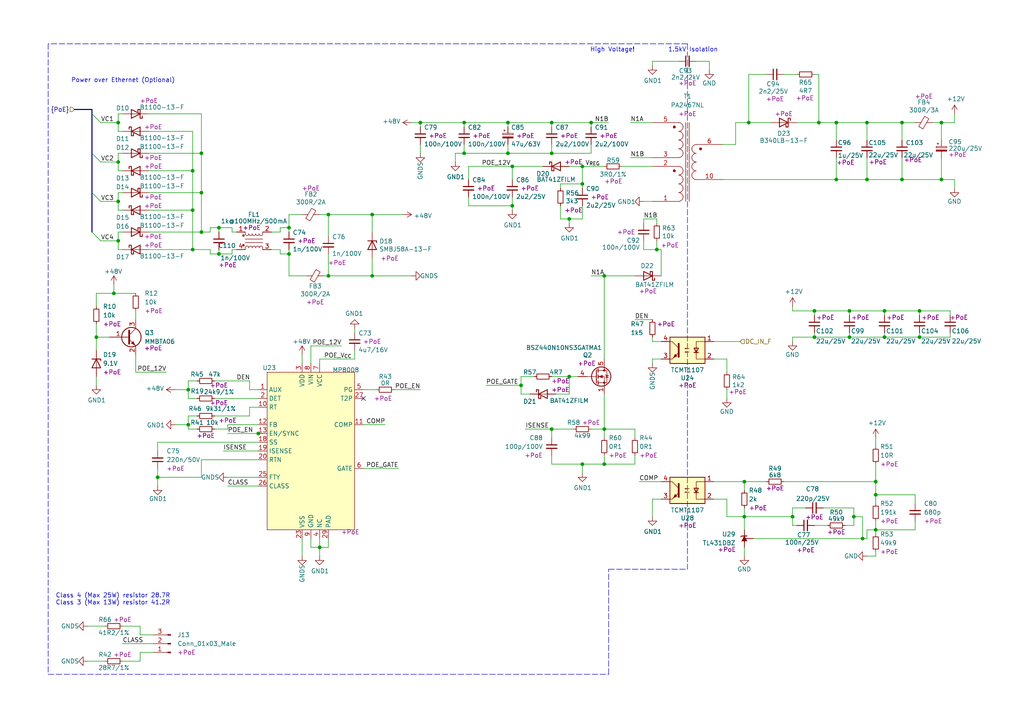
<source format=kicad_sch>
(kicad_sch (version 20211123) (generator eeschema)
  (paper "A4")
  (title_block (title "Power over Ethernet") (date "2021-08-30") (rev "proto1") (company "Nabu Casa") (comment 1 "www.nabucasa.com") (comment 2 "Yellow"))
  (junction (at 215.9 149.86) (diameter 0.9144))
  (junction (at 254 143.51) (diameter 0.9144))
  (junction (at 83.82 73.66) (diameter 0.9144))
  (junction (at 95.25 62.23) (diameter 0.9144))
  (junction (at 256.54 97.79) (diameter 0.9144))
  (junction (at 134.62 44.45) (diameter 0.9144))
  (junction (at 95.25 80.01) (diameter 0.9144))
  (junction (at 147.32 35.56) (diameter 0.9144))
  (junction (at 160.02 44.45) (diameter 0.9144))
  (junction (at 242.57 52.07) (diameter 0.9144))
  (junction (at 34.29 69.85) (diameter 0.9144))
  (junction (at 237.49 35.56) (diameter 0.9144))
  (junction (at 246.38 97.79) (diameter 0.9144))
  (junction (at 175.26 134.62) (diameter 0.9144))
  (junction (at 175.26 80.01) (diameter 0.9144))
  (junction (at 168.91 134.62) (diameter 0.9144))
  (junction (at 45.72 138.43) (diameter 0.9144))
  (junction (at 250.19 156.21))
  (junction (at 63.5 73.66) (diameter 0.9144))
  (junction (at 34.29 58.42) (diameter 0.9144))
  (junction (at 168.91 48.26) (diameter 0.9144))
  (junction (at 175.26 124.46) (diameter 0.9144))
  (junction (at 165.1 109.22) (diameter 0.9144))
  (junction (at 55.88 60.96) (diameter 0.9144))
  (junction (at 34.29 35.56) (diameter 0.9144))
  (junction (at 58.42 55.88) (diameter 0.9144))
  (junction (at 58.42 67.31) (diameter 0.9144))
  (junction (at 242.57 35.56) (diameter 0.9144))
  (junction (at 55.88 49.53) (diameter 0.9144))
  (junction (at 217.17 35.56) (diameter 0.9144))
  (junction (at 148.59 48.26) (diameter 0.9144))
  (junction (at 246.38 90.17) (diameter 0.9144))
  (junction (at 168.91 53.34) (diameter 0.9144))
  (junction (at 54.61 123.19) (diameter 0.9144))
  (junction (at 58.42 44.45) (diameter 0.9144))
  (junction (at 171.45 35.56) (diameter 0.9144))
  (junction (at 273.05 35.56) (diameter 0.9144))
  (junction (at 107.95 62.23) (diameter 0.9144))
  (junction (at 190.5 72.39) (diameter 0.9144))
  (junction (at 266.7 97.79) (diameter 0.9144))
  (junction (at 215.9 139.7) (diameter 0.9144))
  (junction (at 160.02 124.46) (diameter 0.9144))
  (junction (at 107.95 80.01) (diameter 0.9144))
  (junction (at 54.61 113.03) (diameter 0.9144))
  (junction (at 160.02 35.56) (diameter 0.9144))
  (junction (at 261.62 35.56) (diameter 0.9144))
  (junction (at 134.62 35.56) (diameter 0.9144))
  (junction (at 254 139.7) (diameter 0.9144))
  (junction (at 251.46 35.56) (diameter 0.9144))
  (junction (at 148.59 59.69) (diameter 0.9144))
  (junction (at 256.54 90.17) (diameter 0.9144))
  (junction (at 165.1 63.5) (diameter 0.9144))
  (junction (at 55.88 72.39) (diameter 0.9144))
  (junction (at 121.92 35.56) (diameter 0.9144))
  (junction (at 254 153.67) (diameter 0.9144))
  (junction (at 236.22 97.79) (diameter 0.9144))
  (junction (at 147.32 44.45) (diameter 0.9144))
  (junction (at 229.87 149.86) (diameter 0.9144))
  (junction (at 251.46 52.07) (diameter 0.9144))
  (junction (at 33.02 85.09) (diameter 0.9144))
  (junction (at 273.05 52.07) (diameter 0.9144))
  (junction (at 92.71 158.75) (diameter 0.9144))
  (junction (at 34.29 46.99) (diameter 0.9144))
  (junction (at 236.22 90.17) (diameter 0.9144))
  (junction (at 27.94 97.79) (diameter 0.9144))
  (junction (at 63.5 66.04) (diameter 0.9144))
  (junction (at 151.13 111.76) (diameter 0.9144))
  (junction (at 266.7 90.17) (diameter 0.9144))
  (junction (at 261.62 52.07) (diameter 0.9144))
  (junction (at 74.93 125.73))
  (junction (at 247.65 149.86))
  (junction (at 83.82 66.04) (diameter 0.9144))
  (no_connect (at 105.41 115.57))
  (bus_entry (at 26.67 33.02) (size 2.54 2.54) (stroke (width 0.1524)))
  (bus_entry (at 26.67 67.31) (size 2.54 2.54) (stroke (width 0.1524)))
  (bus_entry (at 26.67 44.45) (size 2.54 2.54) (stroke (width 0.1524)))
  (bus_entry (at 26.67 55.88) (size 2.54 2.54) (stroke (width 0.1524)))
  (wire (pts (xy 246.38 90.17) (xy 246.38 91.44)))
  (wire (pts (xy 229.87 149.86) (xy 229.87 152.4)))
  (polyline (pts (xy 13.97 12.7) (xy 13.97 195.58)) (stroke (width 0) (type dash)))
  (wire (pts (xy 114.3 113.03) (xy 121.92 113.03)))
  (wire (pts (xy 35.56 186.69) (xy 44.45 186.69)))
  (wire (pts (xy 132.08 44.45) (xy 132.08 46.99)))
  (wire (pts (xy 215.9 139.7) (xy 215.9 142.24)))
  (wire (pts (xy 242.57 35.56) (xy 242.57 40.64)))
  (wire (pts (xy 161.29 114.3) (xy 165.1 114.3)))
  (wire (pts (xy 175.26 124.46) (xy 184.15 124.46)))
  (wire (pts (xy 184.15 124.46) (xy 184.15 127)))
  (wire (pts (xy 186.69 72.39) (xy 190.5 72.39)))
  (wire (pts (xy 190.5 72.39) (xy 190.5 69.85)))
  (wire (pts (xy 63.5 66.04) (xy 60.96 66.04)))
  (wire (pts (xy 67.31 66.04) (xy 63.5 66.04)))
  (wire (pts (xy 67.31 67.31) (xy 67.31 66.04)))
  (wire (pts (xy 68.58 67.31) (xy 67.31 67.31)))
  (wire (pts (xy 60.96 66.04) (xy 60.96 67.31)))
  (wire (pts (xy 63.5 72.39) (xy 63.5 73.66)))
  (wire (pts (xy 189.23 17.78) (xy 189.23 19.05)))
  (wire (pts (xy 196.85 17.78) (xy 189.23 17.78)))
  (wire (pts (xy 134.62 44.45) (xy 132.08 44.45)))
  (wire (pts (xy 58.42 133.35) (xy 58.42 138.43)))
  (wire (pts (xy 58.42 138.43) (xy 45.72 138.43)))
  (wire (pts (xy 74.93 133.35) (xy 58.42 133.35)))
  (wire (pts (xy 83.82 66.04) (xy 83.82 67.31)))
  (wire (pts (xy 83.82 62.23) (xy 83.82 66.04)))
  (wire (pts (xy 87.63 62.23) (xy 83.82 62.23)))
  (wire (pts (xy 87.63 102.87) (xy 87.63 105.41)))
  (wire (pts (xy 254 127) (xy 254 129.54)))
  (wire (pts (xy 63.5 66.04) (xy 63.5 67.31)))
  (wire (pts (xy 43.18 67.31) (xy 58.42 67.31)))
  (wire (pts (xy 231.14 35.56) (xy 237.49 35.56)))
  (bus (pts (xy 26.67 31.75) (xy 26.67 33.02)))
  (bus (pts (xy 26.67 33.02) (xy 26.67 44.45)))
  (bus (pts (xy 26.67 44.45) (xy 26.67 55.88)))
  (bus (pts (xy 26.67 55.88) (xy 26.67 67.31)))
  (wire (pts (xy 151.13 114.3) (xy 151.13 111.76)))
  (wire (pts (xy 58.42 44.45) (xy 58.42 55.88)))
  (wire (pts (xy 160.02 132.08) (xy 160.02 134.62)))
  (wire (pts (xy 92.71 158.75) (xy 92.71 161.29)))
  (wire (pts (xy 29.21 35.56) (xy 34.29 35.56)))
  (wire (pts (xy 72.39 113.03) (xy 72.39 110.49)))
  (wire (pts (xy 74.93 113.03) (xy 72.39 113.03)))
  (wire (pts (xy 229.87 97.79) (xy 236.22 97.79)))
  (wire (pts (xy 54.61 115.57) (xy 57.15 115.57)))
  (wire (pts (xy 107.95 74.93) (xy 107.95 80.01)))
  (wire (pts (xy 148.59 48.26) (xy 157.48 48.26)))
  (wire (pts (xy 58.42 55.88) (xy 58.42 67.31)))
  (wire (pts (xy 121.92 35.56) (xy 121.92 36.83)))
  (wire (pts (xy 256.54 96.52) (xy 256.54 97.79)))
  (wire (pts (xy 148.59 48.26) (xy 148.59 52.07)))
  (wire (pts (xy 168.91 53.34) (xy 168.91 54.61)))
  (wire (pts (xy 162.56 53.34) (xy 168.91 53.34)))
  (wire (pts (xy 162.56 54.61) (xy 162.56 53.34)))
  (wire (pts (xy 78.74 67.31) (xy 81.28 67.31)))
  (wire (pts (xy 81.28 66.04) (xy 83.82 66.04)))
  (wire (pts (xy 81.28 67.31) (xy 81.28 66.04)))
  (wire (pts (xy 90.17 100.33) (xy 99.06 100.33)))
  (wire (pts (xy 165.1 109.22) (xy 160.02 109.22)))
  (wire (pts (xy 135.89 48.26) (xy 135.89 52.07)))
  (wire (pts (xy 88.9 80.01) (xy 83.82 80.01)))
  (wire (pts (xy 83.82 73.66) (xy 83.82 72.39)))
  (wire (pts (xy 83.82 80.01) (xy 83.82 73.66)))
  (wire (pts (xy 40.64 189.23) (xy 40.64 191.77)))
  (wire (pts (xy 40.64 191.77) (xy 35.56 191.77)))
  (wire (pts (xy 44.45 189.23) (xy 40.64 189.23)))
  (wire (pts (xy 229.87 97.79) (xy 229.87 99.06)))
  (wire (pts (xy 166.37 124.46) (xy 160.02 124.46)))
  (wire (pts (xy 217.17 21.59) (xy 217.17 35.56)))
  (wire (pts (xy 266.7 96.52) (xy 266.7 97.79)))
  (wire (pts (xy 58.42 33.02) (xy 58.42 44.45)))
  (wire (pts (xy 25.4 181.61) (xy 30.48 181.61)))
  (wire (pts (xy 275.59 96.52) (xy 275.59 97.79)))
  (wire (pts (xy 254 160.02) (xy 254 161.29)))
  (wire (pts (xy 254 161.29) (xy 251.46 161.29)))
  (wire (pts (xy 236.22 90.17) (xy 246.38 90.17)))
  (wire (pts (xy 215.9 149.86) (xy 229.87 149.86)))
  (wire (pts (xy 191.77 72.39) (xy 190.5 72.39)))
  (wire (pts (xy 191.77 80.01) (xy 191.77 72.39)))
  (wire (pts (xy 74.93 128.27) (xy 45.72 128.27)))
  (wire (pts (xy 45.72 128.27) (xy 45.72 130.81)))
  (wire (pts (xy 189.23 104.14) (xy 189.23 105.41)))
  (wire (pts (xy 66.04 138.43) (xy 74.93 138.43)))
  (wire (pts (xy 66.04 140.97) (xy 74.93 140.97)))
  (polyline (pts (xy 13.97 195.58) (xy 176.53 195.58)) (stroke (width 0) (type dash)))
  (wire (pts (xy 34.29 44.45) (xy 34.29 46.99)))
  (wire (pts (xy 245.11 152.4) (xy 247.65 152.4)))
  (wire (pts (xy 238.76 147.32) (xy 247.65 147.32)))
  (wire (pts (xy 247.65 149.86) (xy 247.65 147.32)))
  (wire (pts (xy 247.65 152.4) (xy 247.65 149.86)))
  (wire (pts (xy 168.91 48.26) (xy 175.26 48.26)))
  (wire (pts (xy 165.1 48.26) (xy 168.91 48.26)))
  (wire (pts (xy 236.22 90.17) (xy 236.22 91.44)))
  (wire (pts (xy 254 139.7) (xy 254 143.51)))
  (wire (pts (xy 254 134.62) (xy 254 139.7)))
  (wire (pts (xy 254 143.51) (xy 254 146.05)))
  (wire (pts (xy 191.77 104.14) (xy 189.23 104.14)))
  (wire (pts (xy 95.25 62.23) (xy 95.25 68.58)))
  (wire (pts (xy 276.86 52.07) (xy 276.86 54.61)))
  (wire (pts (xy 215.9 158.75) (xy 215.9 161.29)))
  (wire (pts (xy 261.62 45.72) (xy 261.62 52.07)))
  (wire (pts (xy 210.82 113.03) (xy 210.82 115.57)))
  (wire (pts (xy 72.39 120.65) (xy 72.39 118.11)))
  (wire (pts (xy 62.23 120.65) (xy 72.39 120.65)))
  (wire (pts (xy 270.51 35.56) (xy 273.05 35.56)))
  (wire (pts (xy 246.38 90.17) (xy 256.54 90.17)))
  (wire (pts (xy 227.33 139.7) (xy 254 139.7)))
  (wire (pts (xy 107.95 62.23) (xy 116.84 62.23)))
  (wire (pts (xy 55.88 72.39) (xy 60.96 72.39)))
  (wire (pts (xy 160.02 124.46) (xy 160.02 127)))
  (wire (pts (xy 54.61 124.46) (xy 57.15 124.46)))
  (wire (pts (xy 50.8 123.19) (xy 54.61 123.19)))
  (wire (pts (xy 266.7 97.79) (xy 275.59 97.79)))
  (polyline (pts (xy 176.53 195.58) (xy 176.53 165.1)) (stroke (width 0) (type dash)))
  (wire (pts (xy 254 153.67) (xy 254 154.94)))
  (wire (pts (xy 254 151.13) (xy 254 153.67)))
  (wire (pts (xy 151.13 111.76) (xy 151.13 109.22)))
  (wire (pts (xy 55.88 60.96) (xy 55.88 72.39)))
  (wire (pts (xy 34.29 60.96) (xy 34.29 58.42)))
  (wire (pts (xy 35.56 38.1) (xy 34.29 38.1)))
  (wire (pts (xy 205.74 17.78) (xy 201.93 17.78)))
  (wire (pts (xy 205.74 20.32) (xy 205.74 17.78)))
  (wire (pts (xy 43.18 49.53) (xy 55.88 49.53)))
  (wire (pts (xy 237.49 35.56) (xy 242.57 35.56)))
  (wire (pts (xy 134.62 41.91) (xy 134.62 44.45)))
  (wire (pts (xy 151.13 109.22) (xy 154.94 109.22)))
  (wire (pts (xy 95.25 158.75) (xy 92.71 158.75)))
  (wire (pts (xy 95.25 156.21) (xy 95.25 158.75)))
  (wire (pts (xy 189.23 144.78) (xy 189.23 149.86)))
  (wire (pts (xy 191.77 144.78) (xy 189.23 144.78)))
  (wire (pts (xy 242.57 52.07) (xy 251.46 52.07)))
  (wire (pts (xy 251.46 52.07) (xy 261.62 52.07)))
  (wire (pts (xy 261.62 52.07) (xy 273.05 52.07)))
  (wire (pts (xy 209.55 52.07) (xy 242.57 52.07)))
  (wire (pts (xy 55.88 49.53) (xy 55.88 60.96)))
  (wire (pts (xy 175.26 132.08) (xy 175.26 134.62)))
  (wire (pts (xy 39.37 102.87) (xy 39.37 107.95)))
  (wire (pts (xy 275.59 90.17) (xy 275.59 91.44)))
  (wire (pts (xy 105.41 113.03) (xy 109.22 113.03)))
  (wire (pts (xy 134.62 35.56) (xy 147.32 35.56)))
  (wire (pts (xy 34.29 72.39) (xy 34.29 69.85)))
  (wire (pts (xy 207.01 99.06) (xy 214.63 99.06)))
  (wire (pts (xy 29.21 69.85) (xy 34.29 69.85)))
  (wire (pts (xy 153.67 114.3) (xy 151.13 114.3)))
  (wire (pts (xy 33.02 82.55) (xy 33.02 85.09)))
  (wire (pts (xy 27.94 97.79) (xy 27.94 101.6)))
  (wire (pts (xy 31.75 97.79) (xy 27.94 97.79)))
  (wire (pts (xy 134.62 35.56) (xy 134.62 36.83)))
  (wire (pts (xy 34.29 67.31) (xy 34.29 69.85)))
  (wire (pts (xy 147.32 35.56) (xy 147.32 36.83)))
  (wire (pts (xy 182.88 45.72) (xy 189.23 45.72)))
  (wire (pts (xy 209.55 41.91) (xy 213.36 41.91)))
  (wire (pts (xy 213.36 35.56) (xy 217.17 35.56)))
  (wire (pts (xy 213.36 41.91) (xy 213.36 35.56)))
  (wire (pts (xy 43.18 55.88) (xy 58.42 55.88)))
  (polyline (pts (xy 199.39 12.7) (xy 199.39 165.1)) (stroke (width 0) (type dash)))
  (wire (pts (xy 250.19 156.21) (xy 251.46 156.21)))
  (wire (pts (xy 218.44 156.21) (xy 250.19 156.21)))
  (wire (pts (xy 160.02 41.91) (xy 160.02 44.45)))
  (wire (pts (xy 229.87 90.17) (xy 229.87 88.9)))
  (wire (pts (xy 95.25 62.23) (xy 107.95 62.23)))
  (wire (pts (xy 58.42 67.31) (xy 60.96 67.31)))
  (polyline (pts (xy 176.53 165.1) (xy 199.39 165.1)) (stroke (width 0) (type dash)))
  (wire (pts (xy 90.17 105.41) (xy 90.17 100.33)))
  (wire (pts (xy 29.21 46.99) (xy 34.29 46.99)))
  (wire (pts (xy 148.59 57.15) (xy 148.59 59.69)))
  (wire (pts (xy 62.23 110.49) (xy 72.39 110.49)))
  (wire (pts (xy 72.39 118.11) (xy 74.93 118.11)))
  (wire (pts (xy 105.41 123.19) (xy 111.76 123.19)))
  (polyline (pts (xy 199.39 12.7) (xy 13.97 12.7)) (stroke (width 0) (type dash)))
  (wire (pts (xy 215.9 149.86) (xy 215.9 153.67)))
  (wire (pts (xy 227.33 21.59) (xy 231.14 21.59)))
  (wire (pts (xy 186.69 69.85) (xy 186.69 72.39)))
  (wire (pts (xy 35.56 55.88) (xy 34.29 55.88)))
  (wire (pts (xy 265.43 153.67) (xy 265.43 151.13)))
  (wire (pts (xy 250.19 149.86) (xy 250.19 156.21)))
  (wire (pts (xy 247.65 149.86) (xy 250.19 149.86)))
  (wire (pts (xy 43.18 33.02) (xy 58.42 33.02)))
  (wire (pts (xy 119.38 35.56) (xy 121.92 35.56)))
  (wire (pts (xy 35.56 33.02) (xy 34.29 33.02)))
  (wire (pts (xy 165.1 114.3) (xy 165.1 109.22)))
  (wire (pts (xy 165.1 63.5) (xy 165.1 64.77)))
  (wire (pts (xy 251.46 35.56) (xy 261.62 35.56)))
  (wire (pts (xy 261.62 35.56) (xy 265.43 35.56)))
  (wire (pts (xy 242.57 35.56) (xy 251.46 35.56)))
  (wire (pts (xy 140.97 111.76) (xy 151.13 111.76)))
  (wire (pts (xy 34.29 49.53) (xy 34.29 46.99)))
  (wire (pts (xy 171.45 35.56) (xy 171.45 36.83)))
  (wire (pts (xy 62.23 115.57) (xy 74.93 115.57)))
  (wire (pts (xy 266.7 90.17) (xy 275.59 90.17)))
  (wire (pts (xy 207.01 104.14) (xy 210.82 104.14)))
  (wire (pts (xy 168.91 134.62) (xy 168.91 137.16)))
  (wire (pts (xy 43.18 44.45) (xy 58.42 44.45)))
  (wire (pts (xy 102.87 104.14) (xy 102.87 101.6)))
  (wire (pts (xy 215.9 147.32) (xy 215.9 149.86)))
  (wire (pts (xy 87.63 156.21) (xy 87.63 161.29)))
  (wire (pts (xy 236.22 96.52) (xy 236.22 97.79)))
  (wire (pts (xy 27.94 109.22) (xy 27.94 111.76)))
  (wire (pts (xy 34.29 55.88) (xy 34.29 58.42)))
  (wire (pts (xy 147.32 35.56) (xy 160.02 35.56)))
  (wire (pts (xy 35.56 49.53) (xy 34.29 49.53)))
  (wire (pts (xy 54.61 120.65) (xy 54.61 123.19)))
  (wire (pts (xy 57.15 120.65) (xy 54.61 120.65)))
  (wire (pts (xy 54.61 123.19) (xy 54.61 124.46)))
  (wire (pts (xy 237.49 21.59) (xy 237.49 35.56)))
  (wire (pts (xy 265.43 143.51) (xy 265.43 146.05)))
  (wire (pts (xy 254 143.51) (xy 265.43 143.51)))
  (wire (pts (xy 186.69 58.42) (xy 189.23 58.42)))
  (wire (pts (xy 222.25 21.59) (xy 217.17 21.59)))
  (wire (pts (xy 182.88 35.56) (xy 189.23 35.56)))
  (wire (pts (xy 43.18 72.39) (xy 55.88 72.39)))
  (wire (pts (xy 135.89 57.15) (xy 135.89 59.69)))
  (wire (pts (xy 134.62 44.45) (xy 147.32 44.45)))
  (wire (pts (xy 121.92 41.91) (xy 121.92 44.45)))
  (wire (pts (xy 39.37 90.17) (xy 39.37 92.71)))
  (wire (pts (xy 105.41 135.89) (xy 115.57 135.89)))
  (wire (pts (xy 95.25 73.66) (xy 95.25 80.01)))
  (wire (pts (xy 95.25 80.01) (xy 107.95 80.01)))
  (wire (pts (xy 107.95 80.01) (xy 119.38 80.01)))
  (wire (pts (xy 93.98 80.01) (xy 95.25 80.01)))
  (wire (pts (xy 273.05 35.56) (xy 276.86 35.56)))
  (wire (pts (xy 276.86 35.56) (xy 276.86 33.02)))
  (wire (pts (xy 78.74 72.39) (xy 81.28 72.39)))
  (wire (pts (xy 81.28 72.39) (xy 81.28 73.66)))
  (wire (pts (xy 81.28 73.66) (xy 83.82 73.66)))
  (wire (pts (xy 66.04 123.19) (xy 74.93 123.19)))
  (wire (pts (xy 66.04 124.46) (xy 66.04 123.19)))
  (wire (pts (xy 62.23 124.46) (xy 66.04 124.46)))
  (wire (pts (xy 29.21 58.42) (xy 34.29 58.42)))
  (wire (pts (xy 207.01 139.7) (xy 215.9 139.7)))
  (wire (pts (xy 215.9 139.7) (xy 222.25 139.7)))
  (wire (pts (xy 175.26 80.01) (xy 175.26 104.14)))
  (wire (pts (xy 168.91 134.62) (xy 175.26 134.62)))
  (wire (pts (xy 160.02 134.62) (xy 168.91 134.62)))
  (wire (pts (xy 43.18 60.96) (xy 55.88 60.96)))
  (wire (pts (xy 34.29 33.02) (xy 34.29 35.56)))
  (wire (pts (xy 251.46 45.72) (xy 251.46 52.07)))
  (wire (pts (xy 152.4 124.46) (xy 160.02 124.46)))
  (wire (pts (xy 168.91 48.26) (xy 168.91 53.34)))
  (wire (pts (xy 25.4 191.77) (xy 30.48 191.77)))
  (wire (pts (xy 35.56 72.39) (xy 34.29 72.39)))
  (wire (pts (xy 273.05 45.72) (xy 273.05 52.07)))
  (wire (pts (xy 60.96 72.39) (xy 60.96 73.66)))
  (wire (pts (xy 60.96 73.66) (xy 63.5 73.66)))
  (wire (pts (xy 63.5 73.66) (xy 67.31 73.66)))
  (wire (pts (xy 67.31 73.66) (xy 67.31 72.39)))
  (wire (pts (xy 67.31 72.39) (xy 68.58 72.39)))
  (wire (pts (xy 54.61 110.49) (xy 57.15 110.49)))
  (wire (pts (xy 76.2 125.73) (xy 74.93 125.73)))
  (wire (pts (xy 45.72 135.89) (xy 45.72 138.43)))
  (wire (pts (xy 236.22 21.59) (xy 237.49 21.59)))
  (wire (pts (xy 210.82 144.78) (xy 210.82 149.86)))
  (wire (pts (xy 210.82 149.86) (xy 215.9 149.86)))
  (wire (pts (xy 207.01 144.78) (xy 210.82 144.78)))
  (wire (pts (xy 27.94 85.09) (xy 27.94 88.9)))
  (wire (pts (xy 33.02 85.09) (xy 27.94 85.09)))
  (wire (pts (xy 39.37 85.09) (xy 33.02 85.09)))
  (wire (pts (xy 256.54 90.17) (xy 266.7 90.17)))
  (wire (pts (xy 246.38 97.79) (xy 256.54 97.79)))
  (wire (pts (xy 185.42 139.7) (xy 191.77 139.7)))
  (wire (pts (xy 160.02 35.56) (xy 160.02 36.83)))
  (wire (pts (xy 171.45 35.56) (xy 176.53 35.56)))
  (wire (pts (xy 175.26 134.62) (xy 184.15 134.62)))
  (wire (pts (xy 184.15 132.08) (xy 184.15 134.62)))
  (wire (pts (xy 175.26 124.46) (xy 175.26 127)))
  (wire (pts (xy 160.02 35.56) (xy 171.45 35.56)))
  (wire (pts (xy 160.02 44.45) (xy 171.45 44.45)))
  (wire (pts (xy 251.46 153.67) (xy 251.46 156.21)))
  (wire (pts (xy 254 153.67) (xy 251.46 153.67)))
  (wire (pts (xy 189.23 99.06) (xy 191.77 99.06)))
  (wire (pts (xy 189.23 97.79) (xy 189.23 99.06)))
  (wire (pts (xy 27.94 93.98) (xy 27.94 97.79)))
  (wire (pts (xy 256.54 90.17) (xy 256.54 91.44)))
  (wire (pts (xy 273.05 35.56) (xy 273.05 40.64)))
  (wire (pts (xy 229.87 152.4) (xy 231.14 152.4)))
  (wire (pts (xy 242.57 45.72) (xy 242.57 52.07)))
  (wire (pts (xy 246.38 96.52) (xy 246.38 97.79)))
  (wire (pts (xy 147.32 41.91) (xy 147.32 44.45)))
  (wire (pts (xy 229.87 147.32) (xy 229.87 149.86)))
  (wire (pts (xy 233.68 147.32) (xy 229.87 147.32)))
  (wire (pts (xy 34.29 38.1) (xy 34.29 35.56)))
  (wire (pts (xy 171.45 80.01) (xy 175.26 80.01)))
  (wire (pts (xy 175.26 80.01) (xy 184.15 80.01)))
  (wire (pts (xy 35.56 67.31) (xy 34.29 67.31)))
  (wire (pts (xy 236.22 97.79) (xy 246.38 97.79)))
  (wire (pts (xy 107.95 67.31) (xy 107.95 62.23)))
  (wire (pts (xy 135.89 48.26) (xy 148.59 48.26)))
  (wire (pts (xy 254 153.67) (xy 265.43 153.67)))
  (wire (pts (xy 90.17 156.21) (xy 90.17 158.75)))
  (wire (pts (xy 90.17 158.75) (xy 92.71 158.75)))
  (wire (pts (xy 92.71 158.75) (xy 92.71 156.21)))
  (wire (pts (xy 236.22 152.4) (xy 240.03 152.4)))
  (wire (pts (xy 168.91 63.5) (xy 168.91 59.69)))
  (wire (pts (xy 162.56 59.69) (xy 162.56 63.5)))
  (wire (pts (xy 162.56 63.5) (xy 165.1 63.5)))
  (wire (pts (xy 165.1 63.5) (xy 168.91 63.5)))
  (wire (pts (xy 171.45 41.91) (xy 171.45 44.45)))
  (wire (pts (xy 50.8 113.03) (xy 54.61 113.03)))
  (wire (pts (xy 229.87 90.17) (xy 236.22 90.17)))
  (wire (pts (xy 55.88 38.1) (xy 55.88 49.53)))
  (wire (pts (xy 184.15 92.71) (xy 189.23 92.71)))
  (wire (pts (xy 121.92 35.56) (xy 134.62 35.56)))
  (bus (pts (xy 21.59 31.75) (xy 26.67 31.75)))
  (wire (pts (xy 210.82 104.14) (xy 210.82 107.95)))
  (wire (pts (xy 217.17 35.56) (xy 223.52 35.56)))
  (wire (pts (xy 175.26 114.3) (xy 175.26 124.46)))
  (wire (pts (xy 135.89 59.69) (xy 148.59 59.69)))
  (wire (pts (xy 35.56 44.45) (xy 34.29 44.45)))
  (wire (pts (xy 266.7 90.17) (xy 266.7 91.44)))
  (wire (pts (xy 39.37 107.95) (xy 48.26 107.95)))
  (wire (pts (xy 273.05 52.07) (xy 276.86 52.07)))
  (wire (pts (xy 92.71 104.14) (xy 102.87 104.14)))
  (wire (pts (xy 92.71 105.41) (xy 92.71 104.14)))
  (wire (pts (xy 92.71 62.23) (xy 95.25 62.23)))
  (wire (pts (xy 171.45 124.46) (xy 175.26 124.46)))
  (wire (pts (xy 54.61 113.03) (xy 54.61 115.57)))
  (wire (pts (xy 54.61 110.49) (xy 54.61 113.03)))
  (wire (pts (xy 256.54 97.79) (xy 266.7 97.79)))
  (wire (pts (xy 35.56 60.96) (xy 34.29 60.96)))
  (wire (pts (xy 165.1 109.22) (xy 167.64 109.22)))
  (wire (pts (xy 148.59 59.69) (xy 148.59 60.96)))
  (wire (pts (xy 251.46 35.56) (xy 251.46 40.64)))
  (wire (pts (xy 261.62 35.56) (xy 261.62 40.64)))
  (wire (pts (xy 147.32 44.45) (xy 160.02 44.45)))
  (wire (pts (xy 45.72 140.97) (xy 45.72 138.43)))
  (wire (pts (xy 40.64 181.61) (xy 35.56 181.61)))
  (wire (pts (xy 40.64 184.15) (xy 40.64 181.61)))
  (wire (pts (xy 44.45 184.15) (xy 40.64 184.15)))
  (wire (pts (xy 180.34 48.26) (xy 189.23 48.26)))
  (wire (pts (xy 64.77 130.81) (xy 74.93 130.81)))
  (wire (pts (xy 66.04 125.73) (xy 74.93 125.73)))
  (wire (pts (xy 43.18 38.1) (xy 55.88 38.1)))
  (wire (pts (xy 190.5 63.5) (xy 186.69 63.5)))
  (wire (pts (xy 190.5 64.77) (xy 190.5 63.5)))
  (wire (pts (xy 186.69 63.5) (xy 186.69 64.77)))
  (wire (pts (xy 102.87 95.25) (xy 102.87 96.52)))
  (text "Class 4 (Max 25W) resistor 28.7R\nClass 3 (Max 13W) resistor 41.2R" (at 49.403 175.641 0) (effects (font (size 1.27 1.27)) (justify right bottom)))
  (text "Power over Ethernet (Optional)" (at 50.8 24.13 180) (effects (font (size 1.27 1.27)) (justify right bottom)))
  (text "High Voltage!" (at 184.15 15.24 180) (effects (font (size 1.27 1.27)) (justify right bottom)))
  (text "1.5kV Isolation" (at 208.28 15.24 180) (effects (font (size 1.27 1.27)) (justify right bottom)))
  (label "VC2" (at 33.02 46.99 180))
  (label "VC1" (at 33.02 35.56 180))
  (label "CLASS" (at 66.04 140.97 0))
  (label "POE_12V" (at 99.06 100.33 180))
  (label "POE_GATE" (at 115.57 135.89 180))
  (label "POE_EN" (at 66.04 125.73 0))
  (label "DEN" (at 184.15 92.71 0))
  (label "CLASS" (at 35.56 186.69 0))
  (label "N1B" (at 186.69 63.5 0))
  (label "COMP" (at 185.42 139.7 0))
  (label "COMP" (at 111.76 123.19 180))
  (label "POE_EN" (at 121.92 113.03 180))
  (label "V_{REG}" (at 173.99 48.26 180))
  (label "POE_12V" (at 48.26 107.95 180))
  (label "VC3" (at 33.02 58.42 180))
  (label "N1B" (at 176.53 35.56 180))
  (label "DEN" (at 68.58 110.49 0))
  (label "N1B" (at 182.88 45.72 0))
  (label "POE_12V" (at 139.7 48.26 0))
  (label "N1A" (at 171.45 80.01 0))
  (label "ISENSE" (at 152.4 124.46 0))
  (label "POE_V_{CC}" (at 93.98 104.14 0))
  (label "POE_GATE" (at 140.97 111.76 0))
  (label "ISENSE" (at 64.77 130.81 0))
  (label "N1A" (at 182.88 35.56 0))
  (label "VC4" (at 33.02 69.85 180))
  (hierarchical_label "{PoE}" (shape input) (at 21.59 31.75 180))
  (hierarchical_label "DC_IN_F" (shape input) (at 214.63 99.06 0))
  (symbol (lib_id "Device:D_Schottky") (at 39.37 67.31 180) (unit 1)
    (property "Reference" "D16" (at 35.56 65.6398 0))
    (property "Value" "B1100-13-F" (at 46.99 65.398 0))
    (property "Footprint" "Diode_SMD:D_SMA" (effects hide))
    (property "Config" "+PoE" (at 44.45 68.58 0))
    (property "Manufacturer" "Diodes Incorporated" (effects hide))
    (property "PartNumber" "B1100-13-F" (effects hide))
  )
  (symbol (lib_id "power:GND1") (at 27.94 111.76 0) (unit 1)
    (property "Reference" "#PWR062" (effects hide))
    (property "Value" "GND1" (at 28.0543 116.0844 0))
  )
  (symbol (lib_id "power:GNDS") (at 87.63 161.29 0) (unit 1)
    (property "Reference" "#PWR070" (effects hide))
    (property "Value" "GNDS" (at 87.63 166.37 90))
  )
  (symbol (lib_id "power:GND") (at 210.82 115.57 0) (unit 1)
    (property "Reference" "#PWR0183" (effects hide))
    (property "Value" "GND" (at 212.8393 119.3801 0) (effects (justify right)))
  )
  (symbol (lib_id "Device:R_Small") (at 233.68 21.59 90) (unit 1)
    (property "Reference" "R65" (at 235.5786 23.9013 90) (effects (justify left)))
    (property "Value" "4R7" (at 235.591 26.314 90) (effects (justify left)))
    (property "Footprint" "Resistor_SMD:R_1206_3216Metric" (effects hide))
    (property "Config" "+PoE" (at 233.426 28.448 90))
  )
  (symbol (lib_id "power:GND1") (at 189.23 19.05 0) (unit 1)
    (property "Reference" "#PWR0179" (effects hide))
    (property "Value" "GND1" (at 189.3443 23.3744 0))
  )
  (symbol (lib_id "Device:R_Small") (at 59.69 110.49 90) (unit 1)
    (property "Reference" "R45" (at 57.15 108.585 90))
    (property "Value" "47k" (at 62.23 108.585 90))
    (property "Footprint" "Resistor_SMD:R_0402_1005Metric" (effects hide))
    (property "Config" "+PoE" (at 63.5 111.76 90))
  )
  (symbol (lib_id "Device:C_Small") (at 275.59 93.98 0) (unit 1)
    (property "Reference" "C106" (at 276.0092 96.0056 0) (effects (justify left)))
    (property "Value" "22u/25V" (at 276.009 98.939 0) (effects (justify left)))
    (property "Footprint" "Capacitor_SMD:C_0805_2012Metric" (effects hide))
    (property "Config" "+PoE" (at 278.13 92.075 0))
  )
  (symbol (lib_id "power:GND") (at 251.46 161.29 270) (unit 1)
    (property "Reference" "#PWR0159" (effects hide))
    (property "Value" "GND" (at 248.92 161.29 90) (effects (justify right)))
  )
  (symbol (lib_id "Device:D_Zener") (at 107.95 71.12 270) (unit 1)
    (property "Reference" "D18" (at 109.9821 69.9706 90) (effects (justify left)))
    (property "Value" "SMBJ58A-13-F" (at 109.982 72.269 90) (effects (justify left)))
    (property "Footprint" "Diode_SMD:D_SMB" (effects hide))
    (property "Datasheet" "https://www.diodes.com/assets/Datasheets/ds19002.pdf" (effects hide))
    (property "Config" "+PoE" (at 113.03 74.93 90))
    (property "Manufacturer" "Diodes Incorporated" (effects hide))
    (property "PartNumber" "SMBJ58A-13-F" (effects hide))
  )
  (symbol (lib_id "Device:R_Small") (at 242.57 152.4 270) (unit 1)
    (property "Reference" "R50" (at 242.57 148.59 90))
    (property "Value" "49k9" (at 242.57 150.495 90))
    (property "Footprint" "Resistor_SMD:R_0402_1005Metric" (effects hide))
    (property "Config" "+PoE" (at 242.57 154.305 90))
  )
  (symbol (lib_id "Device:C_Small") (at 160.02 39.37 0) (unit 1)
    (property "Reference" "C87" (at 161.0742 36.9506 0) (effects (justify left)))
    (property "Value" "2u2/100V" (at 161.074 41.789 0) (effects (justify left)))
    (property "Footprint" "Capacitor_SMD:C_1206_3216Metric" (effects hide))
    (property "Config" "+PoE" (at 165.1 39.37 0))
  )
  (symbol (lib_id "Device:R_Small") (at 175.26 129.54 0) (unit 1)
    (property "Reference" "R60" (at 176.53 126.9999 0) (effects (justify left)))
    (property "Value" "0R1" (at 176.53 129.5399 0) (effects (justify left)))
    (property "Footprint" "Resistor_SMD:R_0805_2012Metric" (effects hide))
    (property "Config" "+PoE" (at 176.53 132.0799 0) (effects (justify left)))
    (property "Characteristics" "0.1 Watt" (effects hide))
  )
  (symbol (lib_id "Device:C_Small") (at 242.57 43.18 0) (unit 1)
    (property "Reference" "C96" (at 242.9892 41.3956 0) (effects (justify left)))
    (property "Value" "1u/25V" (at 242.989 45.091 0) (effects (justify left)))
    (property "Footprint" "Capacitor_SMD:C_0402_1005Metric" (effects hide))
    (property "Config" "+PoE" (at 245.237 47.117 0))
  )
  (symbol (lib_id "Device:R_Small") (at 254 157.48 180) (unit 1)
    (property "Reference" "R53" (at 255.27 154.9399 0) (effects (justify right)))
    (property "Value" "49k9" (at 255.27 157.4799 0) (effects (justify right)))
    (property "Footprint" "Resistor_SMD:R_0402_1005Metric" (effects hide))
    (property "Config" "+PoE" (at 255.27 160.0199 0) (effects (justify right)))
  )
  (symbol (lib_id "power:GND1") (at 165.1 64.77 0) (unit 1)
    (property "Reference" "#PWR0177" (effects hide))
    (property "Value" "GND1" (at 165.2143 69.0944 0))
  )
  (symbol (lib_id "Device:C_Small") (at 45.72 133.35 180) (unit 1)
    (property "Reference" "C75" (at 48.26 130.8099 0) (effects (justify right)))
    (property "Value" "220n/50V" (at 48.26 133.3499 0) (effects (justify right)))
    (property "Footprint" "Capacitor_SMD:C_0805_2012Metric" (effects hide))
    (property "Config" "+PoE" (at 48.26 135.8899 0) (effects (justify right)))
  )
  (symbol (lib_id "power:GND1") (at 92.71 161.29 0) (unit 1)
    (property "Reference" "#PWR0166" (effects hide))
    (property "Value" "GND1" (at 92.8243 165.6144 0))
  )
  (symbol (lib_id "Device:C_Small") (at 236.22 93.98 0) (unit 1)
    (property "Reference" "C102" (at 236.6392 96.0056 0) (effects (justify left)))
    (property "Value" "22u/25V" (at 236.639 98.939 0) (effects (justify left)))
    (property "Footprint" "Capacitor_SMD:C_0805_2012Metric" (effects hide))
    (property "Config" "+PoE" (at 239.395 92.075 0))
  )
  (symbol (lib_id "power:GND1") (at 132.08 46.99 0) (unit 1)
    (property "Reference" "#PWR0173" (effects hide))
    (property "Value" "GND1" (at 132.1943 51.3144 0))
  )
  (symbol (lib_id "Device:R_Small") (at 190.5 67.31 0) (unit 1)
    (property "Reference" "R63" (at 191.9987 66.1606 0) (effects (justify left)))
    (property "Value" "10k" (at 191.999 68.459 0) (effects (justify left)))
    (property "Footprint" "Resistor_SMD:R_0402_1005Metric" (effects hide))
    (property "Config" "+PoE" (at 194.31 71.12 0))
  )
  (symbol (lib_id "Device:C_Small") (at 266.7 93.98 0) (unit 1)
    (property "Reference" "C104" (at 267.1192 96.0056 0) (effects (justify left)))
    (property "Value" "22u/25V" (at 267.119 98.939 0) (effects (justify left)))
    (property "Footprint" "Capacitor_SMD:C_0805_2012Metric" (effects hide))
    (property "Config" "+PoE" (at 269.875 92.075 0))
  )
  (symbol (lib_id "power:+48V") (at 116.84 62.23 270) (unit 1)
    (property "Reference" "#PWR0165" (effects hide))
    (property "Value" "+48V" (at 120.0151 62.5983 90) (effects (justify left)))
  )
  (symbol (lib_id "Device:D_Schottky") (at 39.37 38.1 0) (unit 1)
    (property "Reference" "D11" (at 35.56 40.2398 0))
    (property "Value" "B1100-13-F" (at 46.99 39.998 0))
    (property "Footprint" "Diode_SMD:D_SMA" (effects hide))
    (property "Config" "+PoE" (at 44.45 36.83 0))
    (property "Manufacturer" "Diodes Incorporated" (effects hide))
    (property "PartNumber" "B1100-13-F" (effects hide))
  )
  (symbol (lib_id "Device:R_Small") (at 157.48 109.22 90) (unit 1)
    (property "Reference" "R57" (at 153.67 107.95 90))
    (property "Value" "4R7" (at 161.29 107.95 90))
    (property "Footprint" "Resistor_SMD:R_1206_3216Metric" (effects hide))
    (property "Config" "+PoE" (at 162.56 110.49 90))
  )
  (symbol (lib_id "Device:R_Small") (at 33.02 181.61 90) (unit 1)
    (property "Reference" "R66" (at 30.48 179.705 90))
    (property "Value" "41R2/1%" (at 33.02 183.515 90))
    (property "Footprint" "Resistor_SMD:R_0402_1005Metric" (effects hide))
    (property "Config" "+PoE" (at 35.56 179.705 90))
  )
  (symbol (lib_id "Device:C_Small") (at 160.02 129.54 0) (unit 1)
    (property "Reference" "C88" (at 157.48 126.9999 0) (effects (justify right)))
    (property "Value" "100p/100V" (at 157.48 129.5399 0) (effects (justify right)))
    (property "Footprint" "Capacitor_SMD:C_0805_2012Metric" (effects hide))
    (property "Config" "+PoE" (at 157.48 132.0799 0) (effects (justify right)))
  )
  (symbol (lib_id "power:+48V") (at 119.38 35.56 90) (unit 1)
    (property "Reference" "#PWR0169" (effects hide))
    (property "Value" "+48V" (at 116.2049 35.1917 90) (effects (justify left)))
  )
  (symbol (lib_id "Device:C_Small") (at 265.43 148.59 180) (unit 1)
    (property "Reference" "C80" (at 267.97 146.0499 0) (effects (justify right)))
    (property "Value" "680p" (at 267.97 148.5899 0) (effects (justify right)))
    (property "Footprint" "Capacitor_SMD:C_0402_1005Metric" (effects hide))
    (property "Config" "+PoE" (at 267.97 151.1299 0) (effects (justify right)))
  )
  (symbol (lib_id "Device:C_Small") (at 199.39 17.78 90) (unit 1)
    (property "Reference" "C93" (at 200.7806 20.5358 90) (effects (justify left)))
    (property "Value" "2n2/2kV" (at 203.079 22.441 90) (effects (justify left)))
    (property "Footprint" "Capacitor_SMD:C_1812_4532Metric" (effects hide))
    (property "Config" "+PoE" (at 199.39 24.13 90))
  )
  (symbol (lib_id "power:+48V") (at 87.63 102.87 0) (unit 1)
    (property "Reference" "#PWR0164" (effects hide))
    (property "Value" "+48V" (at 84.8233 99.0599 0) (effects (justify left)))
  )
  (symbol (lib_id "power:+12V") (at 254 127 0) (unit 1)
    (property "Reference" "#PWR0160" (effects hide))
    (property "Value" "+12V" (at 254.3683 122.6756 0))
  )
  (symbol (lib_id "Device:Ferrite_Bead_Small") (at 90.17 62.23 90) (unit 1)
    (property "Reference" "FB2" (at 90.17 56.318 90))
    (property "Value" "300R/2A" (at 90.17 58.617 90))
    (property "Footprint" "Resistor_SMD:R_0805_2012Metric" (effects hide))
    (property "Config" "+PoE" (at 90.17 54.61 90))
    (property "Manufacturer" "Würth Elektronik" (effects hide))
    (property "PartNumber" "742792031" (effects hide))
  )
  (symbol (lib_id "Device:R_Small") (at 162.56 57.15 0) (unit 1)
    (property "Reference" "R56" (at 164.0587 56.0006 0) (effects (justify left)))
    (property "Value" "3k3" (at 164.059 58.299 0) (effects (justify left)))
    (property "Footprint" "Resistor_SMD:R_0402_1005Metric" (effects hide))
    (property "Config" "+PoE" (at 166.37 60.96 0))
  )
  (symbol (lib_id "power:+12V") (at 276.86 33.02 0) (unit 1)
    (property "Reference" "#PWR0188" (effects hide))
    (property "Value" "+12V" (at 277.2283 28.6956 0))
  )
  (symbol (lib_id "power:GND") (at 229.87 99.06 0) (unit 1)
    (property "Reference" "#PWR0187" (effects hide))
    (property "Value" "GND" (at 231.8893 102.8701 0) (effects (justify right)))
  )
  (symbol (lib_id "Device:C_Small") (at 102.87 99.06 0) (unit 1)
    (property "Reference" "C73" (at 103.9242 96.6406 0) (effects (justify left)))
    (property "Value" "4u7/16V" (at 103.924 101.479 0) (effects (justify left)))
    (property "Footprint" "Capacitor_SMD:C_0805_2012Metric" (effects hide))
    (property "Config" "+PoE" (at 107.95 99.06 0))
  )
  (symbol (lib_id "power:GND1") (at 102.87 95.25 180) (unit 1)
    (property "Reference" "#PWR0155" (effects hide))
    (property "Value" "GND1" (at 102.7557 90.9256 0))
  )
  (symbol (lib_id "Device:R_Small") (at 168.91 124.46 90) (unit 1)
    (property "Reference" "R58" (at 166.37 122.555 90))
    (property "Value" "4k99" (at 168.91 126.365 90))
    (property "Footprint" "Resistor_SMD:R_0402_1005Metric" (effects hide))
    (property "Config" "+PoE" (at 171.45 122.555 90))
  )
  (symbol (lib_id "Transistor_BJT:MMBTA42") (at 36.83 97.79 0) (unit 1)
    (property "Reference" "Q3" (at 41.91 96.5199 0) (effects (justify left)))
    (property "Value" "MMBTA06" (at 41.91 99.0599 0) (effects (justify left)))
    (property "Footprint" "Package_TO_SOT_SMD:SOT-23" (effects hide))
    (property "Datasheet" "https://www.onsemi.com/pub/Collateral/MMBTA42LT1-D.PDF" (effects hide))
    (property "Config" "+PoE" (at 44.45 100.965 0))
    (property "Manufacturer" "Diodes Incorporated" (effects hide))
    (property "PartNumber" "MMBTA06-7-F" (effects hide))
  )
  (symbol (lib_id "Device:D_Schottky") (at 39.37 72.39 0) (unit 1)
    (property "Reference" "D17" (at 35.56 74.5298 0))
    (property "Value" "B1100-13-F" (at 46.99 74.288 0))
    (property "Footprint" "Diode_SMD:D_SMA" (effects hide))
    (property "Config" "+PoE" (at 44.45 71.12 0))
    (property "Manufacturer" "Diodes Incorporated" (effects hide))
    (property "PartNumber" "B1100-13-F" (effects hide))
  )
  (symbol (lib_id "Device:D_Zener") (at 27.94 105.41 270) (unit 1)
    (property "Reference" "D19" (at 29.845 102.8699 90) (effects (justify left)))
    (property "Value" "9.1V" (at 29.845 105.4099 90) (effects (justify left)))
    (property "Footprint" "Diode_SMD:D_SOD-123" (effects hide))
    (property "Config" "+PoE" (at 29.845 107.9499 90) (effects (justify left)))
    (property "Manufacturer" "Diodes Incorporated" (effects hide))
    (property "PartNumber" "BZT52C9V1-7-F" (effects hide))
  )
  (symbol (lib_id "Yellow:Filter_EMI_LL_1243") (at 73.66 69.85 0) (unit 1)
    (property "Reference" "FL1" (at 73.66 62.23 0))
    (property "Value" "1k@100MHz{slash}500mA" (at 73.66 64.135 0))
    (property "Footprint" "Yellow:L_CommonModeChoke_Murata_DLW5B" (effects hide))
    (property "Datasheet" "https://www.murata.com/en-global/api/pdfdownloadapi?cate=cgsubChipCommoModeChokeCoil&partno=DLW5BTM102SQ2%23" (effects hide))
    (property "Config" "+PoE" (at 73.025 66.04 0))
    (property "Manufacturer" "Murata Electronics" (effects hide))
    (property "PartNumber" "DLW5BTM102SQ2" (effects hide))
  )
  (symbol (lib_id "Device:C_Small") (at 261.62 43.18 0) (unit 1)
    (property "Reference" "C103" (at 262.6742 41.3956 0) (effects (justify left)))
    (property "Value" "22u/25V" (at 262.039 44.964 0) (effects (justify left)))
    (property "Footprint" "Capacitor_SMD:C_0805_2012Metric" (effects hide))
    (property "Config" "+PoE" (at 264.795 46.355 0))
  )
  (symbol (lib_id "Reference_Voltage:TL431DBZ") (at 215.9 156.21 270) (mirror x) (unit 1)
    (property "Reference" "U29" (at 213.36 154.9399 90) (effects (justify right)))
    (property "Value" "TL431DBZ" (at 213.36 157.4799 90) (effects (justify right)))
    (property "Footprint" "Package_TO_SOT_SMD:SOT-23" (effects hide))
    (property "Datasheet" "http://www.ti.com/lit/ds/symlink/tl431.pdf" (effects hide))
    (property "Config" "+PoE" (at 210.82 159.385 90))
    (property "Manufacturer" "Texas Instruments" (effects hide))
    (property "PartNumber" "TL431LIBCDBZR" (effects hide))
  )
  (symbol (lib_id "Device:Ferrite_Bead_Small") (at 91.44 80.01 90) (unit 1)
    (property "Reference" "FB3" (at 91.44 82.988 90))
    (property "Value" "300R/2A" (at 91.44 85.287 90))
    (property "Footprint" "Resistor_SMD:R_0805_2012Metric" (effects hide))
    (property "Config" "+PoE" (at 91.44 87.63 90))
    (property "Manufacturer" "Würth Elektronik" (effects hide))
    (property "PartNumber" "742792031" (effects hide))
  )
  (symbol (lib_id "Device:C_Small") (at 233.68 152.4 90) (unit 1)
    (property "Reference" "C77" (at 235.0706 155.1558 90) (effects (justify left)))
    (property "Value" "100n/25V" (at 237.496 157.315 90) (effects (justify left)))
    (property "Footprint" "Capacitor_SMD:C_0402_1005Metric" (effects hide))
    (property "Config" "+PoE" (at 233.68 159.512 90))
  )
  (symbol (lib_id "Device:R_Small") (at 254 148.59 180) (unit 1)
    (property "Reference" "R52" (at 255.27 146.0499 0) (effects (justify right)))
    (property "Value" "191k" (at 255.27 148.5899 0) (effects (justify right)))
    (property "Footprint" "Resistor_SMD:R_0402_1005Metric" (effects hide))
    (property "Config" "+PoE" (at 255.27 151.1299 0) (effects (justify right)))
  )
  (symbol (lib_id "Device:R_Small") (at 189.23 95.25 180) (unit 1)
    (property "Reference" "R47" (at 182.88 93.9799 0) (effects (justify right)))
    (property "Value" "1k5" (at 182.88 96.5199 0) (effects (justify right)))
    (property "Footprint" "Resistor_SMD:R_0402_1005Metric" (effects hide))
    (property "Config" "+PoE" (at 190.5 93.9799 0) (effects (justify right)))
  )
  (symbol (lib_id "power:GND1") (at 45.72 140.97 0) (unit 1)
    (property "Reference" "#PWR079" (effects hide))
    (property "Value" "GND1" (at 45.8343 144.6594 0))
  )
  (symbol (lib_id "Device:C_Small") (at 121.92 39.37 0) (unit 1)
    (property "Reference" "C79" (at 122.9742 36.9506 0) (effects (justify left)))
    (property "Value" "100n/100V" (at 122.974 41.789 0) (effects (justify left)))
    (property "Footprint" "Capacitor_SMD:C_0805_2012Metric" (effects hide))
    (property "Config" "+PoE" (at 127 39.37 0))
  )
  (symbol (lib_id "Device:C_Small") (at 95.25 71.12 0) (unit 1)
    (property "Reference" "C76" (at 96.3042 68.7006 0) (effects (justify left)))
    (property "Value" "1n/100V" (at 96.304 73.539 0) (effects (justify left)))
    (property "Footprint" "Capacitor_SMD:C_0805_2012Metric" (effects hide))
    (property "Config" "+PoE" (at 97.79 76.2 0))
  )
  (symbol (lib_id "Device:R_Small") (at 254 132.08 180) (unit 1)
    (property "Reference" "R51" (at 255.27 129.5399 0) (effects (justify right)))
    (property "Value" "10R" (at 255.27 132.0799 0) (effects (justify right)))
    (property "Footprint" "Resistor_SMD:R_0402_1005Metric" (effects hide))
    (property "Config" "+PoE" (at 255.27 134.6199 0) (effects (justify right)))
  )
  (symbol (lib_id "Device:R_Small") (at 184.15 129.54 0) (unit 1)
    (property "Reference" "R44" (at 185.42 126.9999 0) (effects (justify left)))
    (property "Value" "0R1" (at 185.42 129.5399 0) (effects (justify left)))
    (property "Footprint" "Resistor_SMD:R_0805_2012Metric" (effects hide))
    (property "Config" "+PoE" (at 185.42 132.0799 0) (effects (justify left)))
    (property "Characteristics" "0.1 Watt" (effects hide))
  )
  (symbol (lib_id "Device:D_Schottky") (at 39.37 33.02 180) (unit 1)
    (property "Reference" "D10" (at 35.56 31.3498 0))
    (property "Value" "B1100-13-F" (at 46.99 31.108 0))
    (property "Footprint" "Diode_SMD:D_SMA" (effects hide))
    (property "Config" "+PoE" (at 43.18 29.21 0))
    (property "Manufacturer" "Diodes Incorporated" (effects hide))
    (property "PartNumber" "B1100-13-F" (effects hide))
  )
  (symbol (lib_id "power:GNDS") (at 25.4 181.61 270) (unit 1)
    (property "Reference" "#PWR037" (effects hide))
    (property "Value" "GNDS" (at 20.32 181.61 90))
  )
  (symbol (lib_id "power:GND1") (at 168.91 137.16 0) (unit 1)
    (property "Reference" "#PWR0178" (effects hide))
    (property "Value" "GND1" (at 169.0243 141.4844 0))
  )
  (symbol (lib_id "Device:D_Schottky") (at 161.29 48.26 0) (unit 1)
    (property "Reference" "D20" (at 157.48 50.3998 0))
    (property "Value" "BAT41ZFILM" (at 161.29 52.063 0))
    (property "Footprint" "Diode_SMD:D_SOD-123" (effects hide))
    (property "Config" "+PoE" (at 166.37 46.99 0))
    (property "Manufacturer" "STMicroelectronics" (effects hide))
    (property "PartNumber" "BAT41ZFILM" (effects hide))
  )
  (symbol (lib_id "Device:R_Small") (at 215.9 144.78 180) (unit 1)
    (property "Reference" "R48" (at 217.17 142.2399 0) (effects (justify right)))
    (property "Value" "2k" (at 217.17 144.7799 0) (effects (justify right)))
    (property "Footprint" "Resistor_SMD:R_0402_1005Metric" (effects hide))
    (property "Config" "+PoE" (at 217.17 147.3199 0) (effects (justify right)))
  )
  (symbol (lib_id "Yellow:Transformer_Pulse_PA2476NL") (at 199.39 45.72 0) (unit 1)
    (property "Reference" "T1" (at 199.39 27.94 0))
    (property "Value" "PA2467NL" (at 199.39 30.48 0))
    (property "Footprint" "Yellow:Transformer_Pulse_PA2467NL" (effects hide))
    (property "Datasheet" "http://productfinder.pulseeng.com/products/datasheets/P675.pdf" (effects hide))
    (property "Manufacturer" "Pulse Electronics" (effects hide))
    (property "PartNumber" "PA2467NL" (effects hide))
    (property "Config" "+PoE" (at 199.39 33.02 0))
  )
  (symbol (lib_id "Device:D_Schottky") (at 39.37 44.45 180) (unit 1)
    (property "Reference" "D12" (at 35.56 42.7798 0))
    (property "Value" "B1100-13-F" (at 46.99 42.538 0))
    (property "Footprint" "Diode_SMD:D_SMA" (effects hide))
    (property "Config" "+PoE" (at 44.45 45.72 0))
    (property "Manufacturer" "Diodes Incorporated" (effects hide))
    (property "PartNumber" "B1100-13-F" (effects hide))
  )
  (symbol (lib_id "Device:D_Schottky") (at 39.37 60.96 0) (unit 1)
    (property "Reference" "D15" (at 35.56 63.0998 0))
    (property "Value" "B1100-13-F" (at 46.99 62.858 0))
    (property "Footprint" "Diode_SMD:D_SMA" (effects hide))
    (property "Config" "+PoE" (at 44.45 59.69 0))
    (property "Manufacturer" "Diodes Incorporated" (effects hide))
    (property "PartNumber" "B1100-13-F" (effects hide))
  )
  (symbol (lib_id "Device:R_Small") (at 210.82 110.49 0) (unit 1)
    (property "Reference" "R64" (at 212.3187 109.3406 0) (effects (justify left)))
    (property "Value" "1k2" (at 212.319 111.639 0) (effects (justify left)))
    (property "Footprint" "Resistor_SMD:R_1206_3216Metric" (effects hide))
    (property "Config" "+PoE" (at 213.995 113.665 0))
  )
  (symbol (lib_id "Transistor_FET:BSC440N10NS3G") (at 172.72 109.22 0) (unit 1)
    (property "Reference" "Q2" (at 169.0371 102.9906 0) (effects (justify left)))
    (property "Value" "BSZ440N10NS3GATMA1" (at 152.5271 100.8443 0) (effects (justify left)))
    (property "Footprint" "Yellow:PG-TSDSON-8" (effects hide))
    (property "Datasheet" "https://www.infineon.com/dgdl/Infineon-BSZ440N10NS3%20G-DS-v02_01-EN.pdf?fileId=db3a304320896aa20120c32dbf312354" (effects hide))
    (property "Config" "+PoE" (at 170.18 105.41 0))
    (property "Manufacturer" "Infineon Technologies" (effects hide))
    (property "PartNumber" "BSZ440N10NS3GATMA1" (effects hide))
  )
  (symbol (lib_id "power:GND1") (at 189.23 149.86 0) (unit 1)
    (property "Reference" "#PWR0157" (effects hide))
    (property "Value" "GND1" (at 189.3443 154.1844 0))
  )
  (symbol (lib_id "Device:C_Small") (at 186.69 67.31 180) (unit 1)
    (property "Reference" "C92" (at 185.6358 69.7294 0) (effects (justify left)))
    (property "Value" "100n/100V" (at 185.636 71.749 0) (effects (justify left)))
    (property "Footprint" "Capacitor_SMD:C_0805_2012Metric" (effects hide))
    (property "Config" "+PoE" (at 181.61 67.31 0))
  )
  (symbol (lib_id "Device:R_Small") (at 27.94 91.44 0) (unit 1)
    (property "Reference" "R10" (at 29.845 88.8999 0) (effects (justify left)))
    (property "Value" "10k" (at 29.845 91.4399 0) (effects (justify left)))
    (property "Footprint" "Resistor_SMD:R_0402_1005Metric" (effects hide))
    (property "Config" "+PoE" (at 29.845 93.9799 0) (effects (justify left)))
  )
  (symbol (lib_id "power:GNDS") (at 25.4 191.77 270) (unit 1)
    (property "Reference" "#PWR040" (effects hide))
    (property "Value" "GNDS" (at 20.32 191.77 90))
  )
  (symbol (lib_id "Device:R_Small") (at 59.69 115.57 90) (unit 1)
    (property "Reference" "R19" (at 59.1756 113.4363 90) (effects (justify left)))
    (property "Value" "24k9/1%" (at 67.945 113.665 90) (effects (justify left)))
    (property "Footprint" "Resistor_SMD:R_0402_1005Metric" (effects hide))
    (property "Config" "+PoE" (at 63.5 116.84 90))
  )
  (symbol (lib_id "Device:D_Schottky") (at 39.37 49.53 0) (unit 1)
    (property "Reference" "D13" (at 35.56 51.6698 0))
    (property "Value" "B1100-13-F" (at 46.99 51.428 0))
    (property "Footprint" "Diode_SMD:D_SMA" (effects hide))
    (property "Config" "+PoE" (at 44.45 48.26 0))
    (property "Manufacturer" "Diodes Incorporated" (effects hide))
    (property "PartNumber" "B1100-13-F" (effects hide))
  )
  (symbol (lib_id "power:GND1") (at 186.69 58.42 270) (unit 1)
    (property "Reference" "#PWR0156" (effects hide))
    (property "Value" "GND1" (at 181.7306 58.5343 90))
  )
  (symbol (lib_id "Device:R_Small") (at 39.37 87.63 0) (unit 1)
    (property "Reference" "R12" (at 41.91 85.0899 0) (effects (justify left)))
    (property "Value" "10k" (at 41.91 87.6299 0) (effects (justify left)))
    (property "Footprint" "Resistor_SMD:R_0402_1005Metric" (effects hide))
    (property "Config" "+PoE" (at 41.91 90.1699 0) (effects (justify left)))
  )
  (symbol (lib_id "Device:C_Small") (at 168.91 57.15 0) (unit 1)
    (property "Reference" "C90" (at 169.9642 54.7306 0) (effects (justify left)))
    (property "Value" "2u2/25V" (at 169.964 59.569 0) (effects (justify left)))
    (property "Footprint" "Capacitor_SMD:C_0805_2012Metric" (effects hide))
    (property "Config" "+PoE" (at 173.99 57.15 0))
  )
  (symbol (lib_id "Device:C_Small") (at 148.59 54.61 0) (unit 1)
    (property "Reference" "C86" (at 149.6442 52.1906 0) (effects (justify left)))
    (property "Value" "2u2/25V" (at 149.644 57.029 0) (effects (justify left)))
    (property "Footprint" "Capacitor_SMD:C_0805_2012Metric" (effects hide))
    (property "Config" "+PoE" (at 153.67 54.61 0))
  )
  (symbol (lib_id "power:GND1") (at 148.59 60.96 0) (unit 1)
    (property "Reference" "#PWR0175" (effects hide))
    (property "Value" "GND1" (at 148.7043 65.2844 0))
  )
  (symbol (lib_id "Device:C_Small") (at 134.62 39.37 0) (unit 1)
    (property "Reference" "C82" (at 135.6742 36.9506 0) (effects (justify left)))
    (property "Value" "100n/100V" (at 135.674 41.789 0) (effects (justify left)))
    (property "Footprint" "Capacitor_SMD:C_0805_2012Metric" (effects hide))
    (property "Config" "+PoE" (at 139.7 39.37 0))
  )
  (symbol (lib_id "Device:R_Small") (at 59.69 120.65 90) (unit 1)
    (property "Reference" "R46" (at 58.5406 118.5163 90) (effects (justify left)))
    (property "Value" "9k31/1%" (at 68.459 118.516 90) (effects (justify left)))
    (property "Footprint" "Resistor_SMD:R_0402_1005Metric" (effects hide))
    (property "Config" "+PoE" (at 66.04 121.92 90))
  )
  (symbol (lib_id "Isolator:TCMT1107") (at 199.39 142.24 0) (mirror y) (unit 1)
    (property "Reference" "U28" (at 199.39 150.2602 0))
    (property "Value" "TCMT1107" (at 199.39 147.9615 0))
    (property "Footprint" "Package_SO:SOP-4_4.4x2.6mm_P1.27mm" (effects hide))
    (property "Datasheet" "http://www.vishay.com/docs/83510/tcmt1100.pdf" (effects hide))
    (property "Config" "+PoE" (at 199.39 152.4 0))
    (property "Manufacturer" "Vishay Semiconductor Opto Division" (effects hide))
    (property "PartNumber" "TCMT1107" (effects hide))
  )
  (symbol (lib_id "Yellow:MP8008") (at 90.17 130.81 0) (unit 1)
    (property "Reference" "U23" (at 78.105 106.68 0))
    (property "Value" "MP8008" (at 100.33 107.315 0))
    (property "Footprint" "Package_DFN_QFN:QFN-28-1EP_4x5mm_P0.5mm_EP2.65x3.65mm_ThermalVias" (effects hide))
    (property "Datasheet" "https://www.monolithicpower.com/en/documentview/productdocument/index/version/2/document_type/Datasheet/lang/en/sku/MP8008/document_id/1894/" (effects hide))
    (property "Config" "+PoE" (at 101.6 154.305 0))
    (property "Manufacturer" "Monolithic Power Systems" (effects hide))
    (property "PartNumber" "MP8008GV-Z" (effects hide))
  )
  (symbol (lib_id "power:GND") (at 215.9 161.29 0) (unit 1)
    (property "Reference" "#PWR0158" (effects hide))
    (property "Value" "GND" (at 217.9193 165.1001 0) (effects (justify right)))
  )
  (symbol (lib_id "Device:C_Small") (at 63.5 69.85 0) (unit 1)
    (property "Reference" "C110" (at 63.2842 71.2406 0) (effects (justify left)))
    (property "Value" "1n/100V" (at 63.919 74.809 0) (effects (justify left)))
    (property "Footprint" "Capacitor_SMD:C_0805_2012Metric" (effects hide))
    (property "Config" "+PoE" (at 66.04 76.835 0))
  )
  (symbol (lib_id "power:GNDS") (at 66.04 138.43 270) (unit 1)
    (property "Reference" "#PWR0154" (effects hide))
    (property "Value" "GNDS" (at 60.96 138.43 90))
  )
  (symbol (lib_id "power:+48V") (at 50.8 113.03 90) (unit 1)
    (property "Reference" "#PWR080" (effects hide))
    (property "Value" "+48V" (at 47.6249 112.6617 90) (effects (justify left)))
  )
  (symbol (lib_id "power:GNDS") (at 189.23 105.41 0) (unit 1)
    (property "Reference" "#PWR077" (effects hide))
    (property "Value" "GNDS" (at 189.23 110.49 90))
  )
  (symbol (lib_id "Device:R_Small") (at 33.02 191.77 90) (unit 1)
    (property "Reference" "R42" (at 30.48 189.865 90))
    (property "Value" "28R7/1%" (at 33.02 193.675 90))
    (property "Footprint" "Resistor_SMD:R_0402_1005Metric" (effects hide))
    (property "Config" "+PoE" (at 35.56 189.865 90))
  )
  (symbol (lib_id "Device:D_Schottky") (at 157.48 114.3 0) (unit 1)
    (property "Reference" "D21" (at 153.67 116.4398 0))
    (property "Value" "BAT41ZFILM" (at 165.1 116.198 0))
    (property "Footprint" "Diode_SMD:D_SOD-123" (effects hide))
    (property "Config" "+PoE" (at 162.56 113.03 0))
    (property "Manufacturer" "STMicroelectronics" (effects hide))
    (property "PartNumber" "BAT41ZFILM" (effects hide))
  )
  (symbol (lib_id "Device:CP_Small") (at 147.32 39.37 0) (unit 1)
    (property "Reference" "C85" (at 148.2091 36.9506 0) (effects (justify left)))
    (property "Value" "47u/63V" (at 148.209 41.789 0) (effects (justify left)))
    (property "Footprint" "Capacitor_SMD:C_Elec_10x10.2" (effects hide))
    (property "Config" "+PoE" (at 152.4 39.37 0))
    (property "Manufacturer" "Nichicon" (effects hide))
    (property "PartNumber" "UCD1K470MNL1GS" (effects hide))
  )
  (symbol (lib_id "Device:C_Small") (at 135.89 54.61 0) (unit 1)
    (property "Reference" "C84" (at 136.9442 52.1906 0) (effects (justify left)))
    (property "Value" "100n/100V" (at 136.944 57.029 0) (effects (justify left)))
    (property "Footprint" "Capacitor_SMD:C_0805_2012Metric" (effects hide))
    (property "Config" "+PoE" (at 140.97 54.61 0))
  )
  (symbol (lib_id "Device:R_Small") (at 224.79 139.7 270) (unit 1)
    (property "Reference" "R49" (at 224.79 135.89 90))
    (property "Value" "6k8" (at 224.79 137.795 90))
    (property "Footprint" "Resistor_SMD:R_0402_1005Metric" (effects hide))
    (property "Config" "+PoE" (at 224.79 141.605 90))
  )
  (symbol (lib_id "Device:R_Small") (at 177.8 48.26 90) (unit 1)
    (property "Reference" "R59" (at 179.8256 46.5073 90) (effects (justify left)))
    (property "Value" "3R0/1%" (at 181.743 50.571 90) (effects (justify left)))
    (property "Footprint" "Resistor_SMD:R_1206_3216Metric" (effects hide))
    (property "Config" "+PoE" (at 177.927 52.578 90))
  )
  (symbol (lib_id "Device:C_Small") (at 224.79 21.59 90) (unit 1)
    (property "Reference" "C94" (at 226.1806 24.3458 90) (effects (justify left)))
    (property "Value" "2n2/25V" (at 228.606 26.505 90) (effects (justify left)))
    (property "Footprint" "Capacitor_SMD:C_0402_1005Metric" (effects hide))
    (property "Config" "+PoE" (at 224.79 28.702 90))
  )
  (symbol (lib_id "Device:Ferrite_Bead_Small") (at 267.97 35.56 90) (unit 1)
    (property "Reference" "FB4" (at 267.97 29.648 90))
    (property "Value" "300R{slash}3A" (at 267.97 31.947 90))
    (property "Footprint" "Resistor_SMD:R_0805_2012Metric" (effects hide))
    (property "Config" "+PoE" (at 267.97 27.94 90))
    (property "Manufacturer" "Würth Elektronik" (effects hide))
    (property "PartNumber" "742792031" (effects hide))
  )
  (symbol (lib_id "Connector:Conn_01x03_Male") (at 49.53 186.69 180) (unit 1)
    (property "Reference" "J13" (at 51.435 184.1499 0) (effects (justify right)))
    (property "Value" "Conn_01x03_Male" (at 51.435 186.6899 0) (effects (justify right)))
    (property "Footprint" "Connector_PinHeader_2.54mm:PinHeader_1x03_P2.54mm_Vertical" (effects hide))
    (property "Config" "+PoE" (at 51.435 189.2299 0) (effects (justify right)))
    (property "Manufacturer" "Adam Tech" (effects hide))
    (property "PartNumber" "PH1-03-UA" (effects hide))
  )
  (symbol (lib_id "power:+12V") (at 229.87 88.9 0) (unit 1)
    (property "Reference" "#PWR0186" (effects hide))
    (property "Value" "+12V" (at 230.2383 84.5756 0))
  )
  (symbol (lib_id "power:GNDS") (at 119.38 80.01 90) (unit 1)
    (property "Reference" "#PWR073" (effects hide))
    (property "Value" "GNDS" (at 124.46 80.01 90))
  )
  (symbol (lib_id "Device:C_Small") (at 251.46 43.18 0) (unit 1)
    (property "Reference" "C105" (at 251.8792 41.3956 0) (effects (justify left)))
    (property "Value" "22u/25V" (at 251.879 44.964 0) (effects (justify left)))
    (property "Footprint" "Capacitor_SMD:C_0805_2012Metric" (effects hide))
    (property "Config" "+PoE" (at 254.635 46.99 0))
  )
  (symbol (lib_id "power:GND") (at 276.86 54.61 0) (unit 1)
    (property "Reference" "#PWR0189" (effects hide))
    (property "Value" "GND" (at 278.8793 58.4201 0) (effects (justify right)))
  )
  (symbol (lib_id "Device:R_Small") (at 111.76 113.03 270) (unit 1)
    (property "Reference" "R43" (at 111.76 109.22 90))
    (property "Value" "0R" (at 111.76 111.125 90))
    (property "Footprint" "Resistor_SMD:R_0402_1005Metric" (effects hide))
    (property "Config" "+PoE" (at 111.125 115.57 90))
  )
  (symbol (lib_id "Device:C_Small") (at 83.82 69.85 0) (unit 1)
    (property "Reference" "C74" (at 84.8742 67.4306 0) (effects (justify left)))
    (property "Value" "1n/100V" (at 84.874 72.269 0) (effects (justify left)))
    (property "Footprint" "Capacitor_SMD:C_0805_2012Metric" (effects hide))
    (property "Config" "+PoE" (at 88.9 69.85 0))
  )
  (symbol (lib_id "power:GND") (at 205.74 20.32 0) (unit 1)
    (property "Reference" "#PWR0182" (effects hide))
    (property "Value" "GND" (at 207.7593 24.1301 0) (effects (justify right)))
  )
  (symbol (lib_id "Device:C_Small") (at 256.54 93.98 0) (unit 1)
    (property "Reference" "C101" (at 256.9592 96.0056 0) (effects (justify left)))
    (property "Value" "22u/25V" (at 256.959 98.939 0) (effects (justify left)))
    (property "Footprint" "Capacitor_SMD:C_0805_2012Metric" (effects hide))
    (property "Config" "+PoE" (at 259.715 92.075 0))
  )
  (symbol (lib_id "Device:D_Schottky") (at 39.37 55.88 180) (unit 1)
    (property "Reference" "D14" (at 35.56 54.2098 0))
    (property "Value" "B1100-13-F" (at 46.99 53.968 0))
    (property "Footprint" "Diode_SMD:D_SMA" (effects hide))
    (property "Config" "+PoE" (at 44.45 57.15 0))
    (property "Manufacturer" "Diodes Incorporated" (effects hide))
    (property "PartNumber" "B1100-13-F" (effects hide))
  )
  (symbol (lib_id "Device:D_Schottky") (at 187.96 80.01 180) (unit 1)
    (property "Reference" "D22" (at 187.706 77.1082 0))
    (property "Value" "BAT41ZFILM" (at 189.865 82.557 0))
    (property "Footprint" "Diode_SMD:D_SOD-123" (effects hide))
    (property "Config" "+PoE" (at 187.96 84.455 0))
    (property "Manufacturer" "STMicroelectronics" (effects hide))
    (property "PartNumber" "BAT41ZFILM" (effects hide))
  )
  (symbol (lib_id "Device:C_Small") (at 171.45 39.37 0) (unit 1)
    (property "Reference" "C91" (at 172.5042 36.9506 0) (effects (justify left)))
    (property "Value" "2u2/100V" (at 172.504 41.789 0) (effects (justify left)))
    (property "Footprint" "Capacitor_SMD:C_1206_3216Metric" (effects hide))
    (property "Config" "+PoE" (at 176.53 39.37 0))
  )
  (symbol (lib_id "power:+48V") (at 33.02 82.55 0) (unit 1)
    (property "Reference" "#PWR078" (effects hide))
    (property "Value" "+48V" (at 30.2133 78.7399 0) (effects (justify left)))
  )
  (symbol (lib_id "Device:CP_Small") (at 273.05 43.18 0) (unit 1)
    (property "Reference" "C95" (at 275.0821 41.1416 0) (effects (justify left)))
    (property "Value" "220u/25V" (at 275.082 43.059 0) (effects (justify left)))
    (property "Footprint" "Capacitor_Tantalum_SMD:CP_EIA-7343-31_Kemet-D" (effects hide))
    (property "Config" "+PoE" (at 277.749 44.831 0))
    (property "Manufacturer" "KEMET" (effects hide))
    (property "PartNumber" "T491X107K025AT" (effects hide))
  )
  (symbol (lib_id "Device:R_Small") (at 59.69 124.46 270) (unit 1)
    (property "Reference" "R41" (at 57.15 122.555 90))
    (property "Value" "10k" (at 61.595 122.555 90))
    (property "Footprint" "Resistor_SMD:R_0402_1005Metric" (effects hide))
    (property "Config" "+PoE" (at 59.69 126.365 90))
  )
  (symbol (lib_id "Device:D_Schottky") (at 227.33 35.56 0) (mirror y) (unit 1)
    (property "Reference" "D23" (at 227.33 38.7158 0))
    (property "Value" "B340LB-13-F" (at 227.33 40.76 0))
    (property "Footprint" "Diode_SMD:D_SMB" (effects hide))
    (property "Config" "+PoE" (at 227.33 33.02 0))
    (property "Manufacturer" "Diodes Incorporated" (effects hide))
    (property "PartNumber" "B340LB-13-F" (effects hide))
  )
  (symbol (lib_id "power:GND1") (at 50.8 123.19 270) (unit 1)
    (property "Reference" "#PWR082" (effects hide))
    (property "Value" "GND1" (at 45.2056 123.3043 90))
  )
  (symbol (lib_id "Isolator:TCMT1107") (at 199.39 101.6 0) (mirror y) (unit 1)
    (property "Reference" "U24" (at 199.39 109.6202 0))
    (property "Value" "TCMT1107" (at 199.39 107.3215 0))
    (property "Footprint" "Package_SO:SOP-4_4.4x2.6mm_P1.27mm" (effects hide))
    (property "Datasheet" "http://www.vishay.com/docs/83510/tcmt1100.pdf" (effects hide))
    (property "Config" "+PoE" (at 199.39 111.76 0))
    (property "Manufacturer" "Vishay Semiconductor Opto Division" (effects hide))
    (property "PartNumber" "TCMT1107" (effects hide))
  )
  (symbol (lib_id "Device:C_Small") (at 246.38 93.98 0) (unit 1)
    (property "Reference" "C99" (at 246.7992 96.0056 0) (effects (justify left)))
    (property "Value" "22u/25V" (at 246.799 98.939 0) (effects (justify left)))
    (property "Footprint" "Capacitor_SMD:C_0805_2012Metric" (effects hide))
    (property "Config" "+PoE" (at 249.555 92.075 0))
  )
  (symbol (lib_id "Device:C_Small") (at 236.22 147.32 90) (unit 1)
    (property "Reference" "C78" (at 237.6106 141.8208 90) (effects (justify left)))
    (property "Value" "220p/25V" (at 240.671 144.615 90) (effects (justify left)))
    (property "Footprint" "Capacitor_SMD:C_0402_1005Metric" (effects hide))
    (property "Config" "+PoE" (at 236.22 149.987 90))
  )
  (symbol (lib_id "power:GNDS") (at 121.92 44.45 0) (unit 1)
    (property "Reference" "#PWR076" (effects hide))
    (property "Value" "GNDS" (at 121.92 49.53 90))
  )
)
</source>
